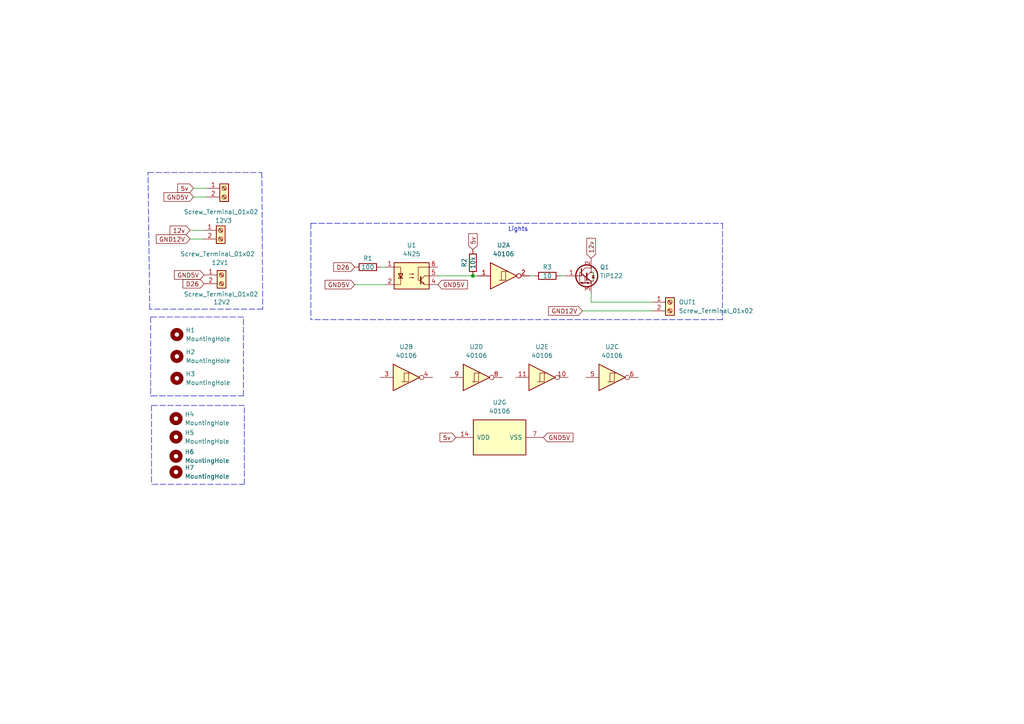
<source format=kicad_sch>
(kicad_sch (version 20211123) (generator eeschema)
  (paper "A4")
  (lib_symbols
    (symbol "4xxx:40106" (pin_names (offset 1.016))
      (property "Reference" "U" (at 0 1.27 0))
      (property "Value" "40106" (at 0 -1.27 0))
      (symbol "40106_1_0"
        (polyline (pts (xy -0.635 -1.27) (xy -0.635 1.27) (xy 0.635 1.27)))
        (polyline (pts (xy -3.81 3.81) (xy -3.81 -3.81) (xy 3.81 0) (xy -3.81 3.81)) (stroke (width 0.254)) (fill (type background)))
        (polyline (pts (xy -1.27 -1.27) (xy 0.635 -1.27) (xy 0.635 1.27) (xy 1.27 1.27)))
        (pin input line (at -7.62 0 0) (length 3.81) (name "~") (number "1"))
        (pin output inverted (at 7.62 0 180) (length 3.81) (name "~") (number "2"))
      )
      (symbol "40106_2_0"
        (polyline (pts (xy -0.635 -1.27) (xy -0.635 1.27) (xy 0.635 1.27)))
        (polyline (pts (xy -3.81 3.81) (xy -3.81 -3.81) (xy 3.81 0) (xy -3.81 3.81)) (stroke (width 0.254)) (fill (type background)))
        (polyline (pts (xy -1.27 -1.27) (xy 0.635 -1.27) (xy 0.635 1.27) (xy 1.27 1.27)))
        (pin input line (at -7.62 0 0) (length 3.81) (name "~") (number "3"))
        (pin output inverted (at 7.62 0 180) (length 3.81) (name "~") (number "4"))
      )
      (symbol "40106_3_0"
        (polyline (pts (xy -0.635 -1.27) (xy -0.635 1.27) (xy 0.635 1.27)))
        (polyline (pts (xy -3.81 3.81) (xy -3.81 -3.81) (xy 3.81 0) (xy -3.81 3.81)) (stroke (width 0.254)) (fill (type background)))
        (polyline (pts (xy -1.27 -1.27) (xy 0.635 -1.27) (xy 0.635 1.27) (xy 1.27 1.27)))
        (pin input line (at -7.62 0 0) (length 3.81) (name "~") (number "5"))
        (pin output inverted (at 7.62 0 180) (length 3.81) (name "~") (number "6"))
      )
      (symbol "40106_4_0"
        (polyline (pts (xy -0.635 -1.27) (xy -0.635 1.27) (xy 0.635 1.27)))
        (polyline (pts (xy -3.81 3.81) (xy -3.81 -3.81) (xy 3.81 0) (xy -3.81 3.81)) (stroke (width 0.254)) (fill (type background)))
        (polyline (pts (xy -1.27 -1.27) (xy 0.635 -1.27) (xy 0.635 1.27) (xy 1.27 1.27)))
        (pin output inverted (at 7.62 0 180) (length 3.81) (name "~") (number "8"))
        (pin input line (at -7.62 0 0) (length 3.81) (name "~") (number "9"))
      )
      (symbol "40106_5_0"
        (polyline (pts (xy -0.635 -1.27) (xy -0.635 1.27) (xy 0.635 1.27)))
        (polyline (pts (xy -3.81 3.81) (xy -3.81 -3.81) (xy 3.81 0) (xy -3.81 3.81)) (stroke (width 0.254)) (fill (type background)))
        (polyline (pts (xy -1.27 -1.27) (xy 0.635 -1.27) (xy 0.635 1.27) (xy 1.27 1.27)))
        (pin output inverted (at 7.62 0 180) (length 3.81) (name "~") (number "10"))
        (pin input line (at -7.62 0 0) (length 3.81) (name "~") (number "11"))
      )
      (symbol "40106_6_0"
        (polyline (pts (xy -0.635 -1.27) (xy -0.635 1.27) (xy 0.635 1.27)))
        (polyline (pts (xy -3.81 3.81) (xy -3.81 -3.81) (xy 3.81 0) (xy -3.81 3.81)) (stroke (width 0.254)) (fill (type background)))
        (polyline (pts (xy -1.27 -1.27) (xy 0.635 -1.27) (xy 0.635 1.27) (xy 1.27 1.27)))
        (pin output inverted (at 7.62 0 180) (length 3.81) (name "~") (number "12"))
        (pin input line (at -7.62 0 0) (length 3.81) (name "~") (number "13"))
      )
      (symbol "40106_7_0"
        (pin power_in line (at 0 12.7 270) (length 5.08) (name "VDD") (number "14"))
        (pin power_in line (at 0 -12.7 90) (length 5.08) (name "VSS") (number "7"))
      )
      (symbol "40106_7_1"
        (rectangle (start -5.08 7.62) (end 5.08 -7.62) (stroke (width 0.254)) (fill (type background)))
      )
    )
    (symbol "Connector:Screw_Terminal_01x02" (pin_names (offset 1.016) hide)
      (property "Reference" "J" (at 0 2.54 0))
      (property "Value" "Screw_Terminal_01x02" (at 0 -5.08 0))
      (symbol "Screw_Terminal_01x02_1_1"
        (rectangle (start -1.27 1.27) (end 1.27 -3.81) (stroke (width 0.254)) (fill (type background)))
        (circle (center 0 -2.54) (radius 0.635) (stroke (width 0.1524)))
        (polyline (pts (xy -0.5334 -2.2098) (xy 0.3302 -3.048)) (stroke (width 0.1524)))
        (polyline (pts (xy -0.5334 0.3302) (xy 0.3302 -0.508)) (stroke (width 0.1524)))
        (polyline (pts (xy -0.3556 -2.032) (xy 0.508 -2.8702)) (stroke (width 0.1524)))
        (polyline (pts (xy -0.3556 0.508) (xy 0.508 -0.3302)) (stroke (width 0.1524)))
        (circle (center 0 0) (radius 0.635) (stroke (width 0.1524)))
        (pin passive line (at -5.08 0 0) (length 3.81) (name "Pin_1") (number "1"))
        (pin passive line (at -5.08 -2.54 0) (length 3.81) (name "Pin_2") (number "2"))
      )
    )
    (symbol "Device:R" (pin_numbers hide) (pin_names (offset 0))
      (property "Reference" "R" (at 2.032 0 90))
      (property "Value" "R" (at 0 0 90))
      (symbol "R_0_1"
        (rectangle (start -1.016 -2.54) (end 1.016 2.54) (stroke (width 0.254)))
      )
      (symbol "R_1_1"
        (pin passive line (at 0 3.81 270) (length 1.27) (name "~") (number "1"))
        (pin passive line (at 0 -3.81 90) (length 1.27) (name "~") (number "2"))
      )
    )
    (symbol "Isolator:4N25" (pin_names (offset 1.016))
      (property "Reference" "U" (at -5.08 5.08 0))
      (property "Value" "4N25" (at 0 5.08 0))
      (symbol "4N25_0_1"
        (rectangle (start -5.08 3.81) (end 5.08 -3.81) (stroke (width 0.254)) (fill (type background)))
        (polyline (pts (xy -3.81 -0.635) (xy -2.54 -0.635)) (stroke (width 0.254)))
        (polyline (pts (xy 2.667 -1.397) (xy 3.81 -2.54)))
        (polyline (pts (xy 2.667 -1.143) (xy 3.81 0)))
        (polyline (pts (xy 3.81 -2.54) (xy 5.08 -2.54)))
        (polyline (pts (xy 3.81 0) (xy 5.08 0)))
        (polyline (pts (xy 2.667 -0.254) (xy 2.667 -2.286) (xy 2.667 -2.286)) (stroke (width 0.3556)))
        (polyline (pts (xy -5.08 -2.54) (xy -3.175 -2.54) (xy -3.175 2.54) (xy -5.08 2.54)))
        (polyline (pts (xy -3.175 -0.635) (xy -3.81 0.635) (xy -2.54 0.635) (xy -3.175 -0.635)) (stroke (width 0.254)))
        (polyline (pts (xy 3.683 -2.413) (xy 3.429 -1.905) (xy 3.175 -2.159) (xy 3.683 -2.413)))
        (polyline (pts (xy 5.08 2.54) (xy 1.905 2.54) (xy 1.905 -1.27) (xy 2.54 -1.27)))
        (polyline (pts (xy -0.635 -0.508) (xy 0.635 -0.508) (xy 0.254 -0.635) (xy 0.254 -0.381) (xy 0.635 -0.508)))
        (polyline (pts (xy -0.635 0.508) (xy 0.635 0.508) (xy 0.254 0.381) (xy 0.254 0.635) (xy 0.635 0.508)))
      )
      (symbol "4N25_1_1"
        (pin passive line (at -7.62 2.54 0) (length 2.54) (name "~") (number "1"))
        (pin passive line (at -7.62 -2.54 0) (length 2.54) (name "~") (number "2"))
        (pin no_connect line (at -5.08 0 0) (length 2.54) hide (name "NC") (number "3"))
        (pin passive line (at 7.62 -2.54 180) (length 2.54) (name "~") (number "4"))
        (pin passive line (at 7.62 0 180) (length 2.54) (name "~") (number "5"))
        (pin passive line (at 7.62 2.54 180) (length 2.54) (name "~") (number "6"))
      )
    )
    (symbol "Mechanical:MountingHole" (pin_names (offset 1.016))
      (property "Reference" "H" (at 0 5.08 0))
      (property "Value" "MountingHole" (at 0 3.175 0))
      (symbol "MountingHole_0_1"
        (circle (center 0 0) (radius 1.27) (stroke (width 1.27)))
      )
    )
    (symbol "Transistor_BJT:TIP122" (pin_names (offset 0) hide)
      (property "Reference" "Q" (at 5.08 1.905 0))
      (property "Value" "TIP122" (at 5.08 0 0))
      (symbol "TIP122_0_1"
        (circle (center -0.762 0) (radius 0.127))
        (polyline (pts (xy -1.27 0) (xy -0.889 0)))
        (polyline (pts (xy 2.54 -2.032) (xy 2.54 -2.54)))
        (polyline (pts (xy 2.54 -1.524) (xy 3.175 -1.524)))
        (polyline (pts (xy 2.794 0.127) (xy 3.556 0.127)))
        (polyline (pts (xy 3.175 -0.635) (xy 3.175 -1.524)))
        (polyline (pts (xy 3.175 1.016) (xy 2.54 1.016)))
        (polyline (pts (xy 3.175 1.016) (xy 3.175 0.127)))
        (polyline (pts (xy -0.254 0.762) (xy 0.762 -0.254) (xy 1.27 -0.254)))
        (polyline (pts (xy -0.254 1.016) (xy -0.762 1.016) (xy -0.762 -2.032)))
        (polyline (pts (xy -0.254 1.27) (xy 0.762 2.286) (xy 2.54 2.286)))
        (polyline (pts (xy -0.254 2.032) (xy -0.254 0) (xy -0.254 0)) (stroke (width 0.3048)))
        (polyline (pts (xy 1.27 0.762) (xy 1.27 -1.27) (xy 1.27 -1.27)) (stroke (width 0.381)))
        (polyline (pts (xy 0.635 -0.127) (xy 0.381 0.381) (xy 0.127 0.127) (xy 0.635 -0.127)))
        (polyline (pts (xy 1.27 -0.508) (xy 2.286 -1.524) (xy 2.54 -1.524) (xy 2.54 -2.032)))
        (polyline (pts (xy 1.27 0) (xy 2.286 1.016) (xy 2.54 1.016) (xy 2.54 2.286)))
        (polyline (pts (xy 2.159 -1.397) (xy 1.905 -0.889) (xy 1.651 -1.143) (xy 2.159 -1.397)))
        (polyline (pts (xy 3.175 0.127) (xy 2.794 -0.635) (xy 3.556 -0.635) (xy 3.175 0.127)) (fill (type outline)))
        (polyline (pts (xy 0.762 -2.032) (xy 0.381 -2.032) (xy 0.254 -2.286) (xy 0.127 -1.778) (xy 0 -2.286) (xy -0.127 -1.778) (xy -0.254 -2.286) (xy -0.381 -1.778) (xy -0.508 -2.032) (xy -0.762 -2.032)))
        (polyline (pts (xy 0.762 -0.254) (xy 0.762 -2.032) (xy 1.143 -2.032) (xy 1.27 -1.778) (xy 1.397 -2.286) (xy 1.524 -1.778) (xy 1.651 -2.286) (xy 1.778 -1.778) (xy 1.905 -2.286) (xy 2.032 -2.032) (xy 2.54 -2.032)))
        (circle (center 0.762 -2.032) (radius 0.127))
        (circle (center 0.762 -0.254) (radius 0.127))
        (circle (center 1.27 0) (radius 3.175) (stroke (width 0.3556)))
        (circle (center 2.54 -2.032) (radius 0.127))
        (circle (center 2.54 -1.524) (radius 0.127))
        (circle (center 2.54 1.016) (radius 0.127))
        (circle (center 2.54 2.286) (radius 0.127))
      )
      (symbol "TIP122_1_1"
        (pin input line (at -5.08 0 0) (length 3.81) (name "B") (number "1"))
        (pin passive line (at 2.54 5.08 270) (length 2.667) (name "C") (number "2"))
        (pin passive line (at 2.54 -5.08 90) (length 2.54) (name "E") (number "3"))
      )
    )
  )
  (junction (at 137.16 80.01))
  (wire (pts (xy 171.45 85.09) (xy 171.45 87.63)))
  (wire (pts (xy 56.134 54.61) (xy 59.944 54.61)))
  (polyline (pts (xy 43.688 91.948) (xy 43.688 114.808)))
  (wire (pts (xy 168.91 90.17) (xy 189.23 90.17)))
  (polyline (pts (xy 43.942 117.602) (xy 43.942 140.462)))
  (polyline (pts (xy 42.926 50.038) (xy 75.946 50.038)))
  (wire (pts (xy 56.134 57.15) (xy 59.944 57.15)))
  (polyline (pts (xy 43.688 114.808) (xy 43.942 114.808)))
  (polyline (pts (xy 209.55 64.77) (xy 209.55 92.71)))
  (polyline (pts (xy 44.196 140.462) (xy 70.866 140.462)))
  (polyline (pts (xy 43.434 89.662) (xy 42.926 50.038)))
  (wire (pts (xy 127 80.01) (xy 137.16 80.01)))
  (wire (pts (xy 162.56 80.01) (xy 163.83 80.01)))
  (polyline (pts (xy 43.942 114.808) (xy 70.612 114.808)))
  (wire (pts (xy 110.49 77.47) (xy 111.76 77.47)))
  (wire (pts (xy 153.67 80.01) (xy 154.94 80.01)))
  (polyline (pts (xy 70.866 140.462) (xy 70.866 117.602)))
  (polyline (pts (xy 209.55 92.71) (xy 90.17 92.71)))
  (wire (pts (xy 171.45 87.63) (xy 189.23 87.63)))
  (polyline (pts (xy 70.612 114.808) (xy 70.612 91.948)))
  (wire (pts (xy 55.118 69.342) (xy 58.928 69.342)))
  (wire (pts (xy 55.118 66.802) (xy 58.928 66.802)))
  (polyline (pts (xy 90.17 64.77) (xy 209.55 64.77)))
  (polyline (pts (xy 70.612 91.948) (xy 43.688 91.948)))
  (wire (pts (xy 102.87 82.55) (xy 111.76 82.55)))
  (wire (pts (xy 137.16 80.01) (xy 138.43 80.01)))
  (polyline (pts (xy 70.866 117.602) (xy 43.942 117.602)))
  (polyline (pts (xy 75.946 50.038) (xy 76.2 89.662)))
  (polyline (pts (xy 90.17 64.77) (xy 90.17 92.71)))
  (polyline (pts (xy 76.2 89.662) (xy 43.434 89.662)))
  (text "Lights" (at 147.32 67.31 0) (effects (font (size 1.27 1.27)) (justify left bottom)))
  (global_label "5v" (shape input) (at 132.207 126.873 180) (property "Intersheet References" "${INTERSHEET_REFS}" (effects hide)))
  (global_label "GND5V" (shape input) (at 59.182 79.756 180) (property "Intersheet References" "${INTERSHEET_REFS}" (effects hide)))
  (global_label "D26" (shape input) (at 102.87 77.47 180) (property "Intersheet References" "${INTERSHEET_REFS}" (effects hide)))
  (global_label "12v" (shape input) (at 55.118 66.802 180) (property "Intersheet References" "${INTERSHEET_REFS}" (effects hide)))
  (global_label "GND12V" (shape input) (at 168.91 90.17 180) (property "Intersheet References" "${INTERSHEET_REFS}" (effects hide)))
  (global_label "5v" (shape input) (at 56.134 54.61 180) (property "Intersheet References" "${INTERSHEET_REFS}" (effects hide)))
  (global_label "12v" (shape input) (at 171.45 74.93 90) (property "Intersheet References" "${INTERSHEET_REFS}" (effects hide)))
  (global_label "GND5V" (shape input) (at 102.87 82.55 180) (property "Intersheet References" "${INTERSHEET_REFS}" (effects hide)))
  (global_label "GND12V" (shape input) (at 55.118 69.342 180) (property "Intersheet References" "${INTERSHEET_REFS}" (effects hide)))
  (global_label "GND5V" (shape input) (at 56.134 57.15 180) (property "Intersheet References" "${INTERSHEET_REFS}" (effects hide)))
  (global_label "GND5V" (shape input) (at 157.607 126.873 0) (property "Intersheet References" "${INTERSHEET_REFS}" (effects hide)))
  (global_label "5v" (shape input) (at 137.16 72.39 90) (property "Intersheet References" "${INTERSHEET_REFS}" (effects hide)))
  (global_label "D26" (shape input) (at 59.182 82.296 180) (property "Intersheet References" "${INTERSHEET_REFS}" (effects hide)))
  (global_label "GND5V" (shape input) (at 127 82.55 0) (property "Intersheet References" "${INTERSHEET_REFS}" (effects hide)))
  (symbol (lib_id "Connector:Screw_Terminal_01x02") (at 65.024 54.61 0) (unit 1)
    (property "Reference" "12V3" (at 67.31 64.008 0) (effects (justify right)))
    (property "Value" "Screw_Terminal_01x02" (at 74.93 61.468 0) (effects (justify right)))
    (property "Footprint" "TerminalBlock_Altech:Altech_AK300_1x02_P5.00mm_45-Degree" (effects hide))
  )
  (symbol (lib_id "Mechanical:MountingHole") (at 51.054 132.334 0) (unit 1)
    (property "Reference" "H6" (at 53.594 131.0639 0) (effects (justify left)))
    (property "Value" "MountingHole" (at 53.594 133.6039 0) (effects (justify left)))
    (property "Footprint" "MountingHole:MountingHole_2.2mm_M2_Pad" (effects hide))
  )
  (symbol (lib_id "Device:R") (at 106.68 77.47 90) (unit 1)
    (property "Reference" "R1" (at 106.68 74.93 90))
    (property "Value" "100" (at 106.68 77.47 90))
    (property "Footprint" "Resistor_THT:R_Axial_DIN0204_L3.6mm_D1.6mm_P2.54mm_Vertical" (effects hide))
  )
  (symbol (lib_id "4xxx:40106") (at 144.907 126.873 90) (unit 7)
    (property "Reference" "U2" (at 144.907 116.713 90))
    (property "Value" "40106" (at 144.907 119.253 90))
    (property "Footprint" "Package_DIP:DIP-14_W7.62mm" (effects hide))
    (property "Datasheet" "https://assets.nexperia.com/documents/data-sheet/HEF40106B.pdf" (effects hide))
  )
  (symbol (lib_id "Mechanical:MountingHole") (at 51.308 109.728 0) (unit 1)
    (property "Reference" "H3" (at 53.848 108.4579 0) (effects (justify left)))
    (property "Value" "MountingHole" (at 53.848 110.9979 0) (effects (justify left)))
    (property "Footprint" "MountingHole:MountingHole_2.2mm_M2_Pad" (effects hide))
  )
  (symbol (lib_id "Connector:Screw_Terminal_01x02") (at 64.262 79.756 0) (unit 1)
    (property "Reference" "12V2" (at 66.802 87.63 0) (effects (justify right)))
    (property "Value" "Screw_Terminal_01x02" (at 74.93 85.344 0) (effects (justify right)))
    (property "Footprint" "TerminalBlock_Altech:Altech_AK300_1x02_P5.00mm_45-Degree" (effects hide))
  )
  (symbol (lib_id "Mechanical:MountingHole") (at 51.308 103.378 0) (unit 1)
    (property "Reference" "H2" (at 53.848 102.1079 0) (effects (justify left)))
    (property "Value" "MountingHole" (at 53.848 104.6479 0) (effects (justify left)))
    (property "Footprint" "MountingHole:MountingHole_2.2mm_M2_Pad" (effects hide))
  )
  (symbol (lib_id "4xxx:40106") (at 146.05 80.01 0) (unit 1)
    (property "Reference" "U2" (at 146.05 71.12 0))
    (property "Value" "40106" (at 146.05 73.66 0))
    (property "Footprint" "Package_DIP:DIP-14_W7.62mm" (effects hide))
    (property "Datasheet" "https://assets.nexperia.com/documents/data-sheet/HEF40106B.pdf" (effects hide))
  )
  (symbol (lib_id "4xxx:40106") (at 177.546 109.474 0) (unit 3)
    (property "Reference" "U2" (at 177.546 100.584 0))
    (property "Value" "40106" (at 177.546 103.124 0))
    (property "Footprint" "Package_DIP:DIP-14_W7.62mm" (effects hide))
    (property "Datasheet" "https://assets.nexperia.com/documents/data-sheet/HEF40106B.pdf" (effects hide))
  )
  (symbol (lib_id "Mechanical:MountingHole") (at 51.054 126.746 0) (unit 1)
    (property "Reference" "H5" (at 53.594 125.4759 0) (effects (justify left)))
    (property "Value" "MountingHole" (at 53.594 128.0159 0) (effects (justify left)))
    (property "Footprint" "MountingHole:MountingHole_2.2mm_M2_Pad" (effects hide))
  )
  (symbol (lib_id "Connector:Screw_Terminal_01x02") (at 64.008 66.802 0) (unit 1)
    (property "Reference" "12V1" (at 66.294 76.2 0) (effects (justify right)))
    (property "Value" "Screw_Terminal_01x02" (at 73.914 73.66 0) (effects (justify right)))
    (property "Footprint" "TerminalBlock_Altech:Altech_AK300_1x02_P5.00mm_45-Degree" (effects hide))
  )
  (symbol (lib_id "Device:R") (at 137.16 76.2 180) (unit 1)
    (property "Reference" "R2" (at 134.62 76.2 90))
    (property "Value" "10k" (at 137.16 76.2 90))
    (property "Footprint" "Resistor_THT:R_Axial_DIN0204_L3.6mm_D1.6mm_P2.54mm_Vertical" (effects hide))
  )
  (symbol (lib_id "4xxx:40106") (at 138.176 109.474 0) (unit 4)
    (property "Reference" "U2" (at 138.176 100.584 0))
    (property "Value" "40106" (at 138.176 103.124 0))
    (property "Footprint" "Package_DIP:DIP-14_W7.62mm" (effects hide))
    (property "Datasheet" "https://assets.nexperia.com/documents/data-sheet/HEF40106B.pdf" (effects hide))
  )
  (symbol (lib_id "Device:R") (at 158.75 80.01 90) (unit 1)
    (property "Reference" "R3" (at 158.75 77.47 90))
    (property "Value" "10" (at 158.75 80.01 90))
    (property "Footprint" "Resistor_THT:R_Axial_DIN0204_L3.6mm_D1.6mm_P2.54mm_Vertical" (effects hide))
  )
  (symbol (lib_id "Mechanical:MountingHole") (at 51.054 136.906 0) (unit 1)
    (property "Reference" "H7" (at 53.594 135.6359 0) (effects (justify left)))
    (property "Value" "MountingHole" (at 53.594 138.1759 0) (effects (justify left)))
    (property "Footprint" "MountingHole:MountingHole_2.2mm_M2_Pad" (effects hide))
  )
  (symbol (lib_id "4xxx:40106") (at 157.226 109.474 0) (unit 5)
    (property "Reference" "U2" (at 157.226 100.584 0))
    (property "Value" "40106" (at 157.226 103.124 0))
    (property "Footprint" "Package_DIP:DIP-14_W7.62mm" (effects hide))
    (property "Datasheet" "https://assets.nexperia.com/documents/data-sheet/HEF40106B.pdf" (effects hide))
  )
  (symbol (lib_id "Mechanical:MountingHole") (at 51.054 121.412 0) (unit 1)
    (property "Reference" "H4" (at 53.594 120.1419 0) (effects (justify left)))
    (property "Value" "MountingHole" (at 53.594 122.6819 0) (effects (justify left)))
    (property "Footprint" "MountingHole:MountingHole_2.2mm_M2_Pad" (effects hide))
  )
  (symbol (lib_id "Mechanical:MountingHole") (at 51.308 97.028 0) (unit 1)
    (property "Reference" "H1" (at 53.848 95.7579 0) (effects (justify left)))
    (property "Value" "MountingHole" (at 53.848 98.2979 0) (effects (justify left)))
    (property "Footprint" "MountingHole:MountingHole_2.2mm_M2_Pad" (effects hide))
  )
  (symbol (lib_id "4xxx:40106") (at 117.856 109.474 0) (unit 2)
    (property "Reference" "U2" (at 117.856 100.584 0))
    (property "Value" "40106" (at 117.856 103.124 0))
    (property "Footprint" "Package_DIP:DIP-14_W7.62mm" (effects hide))
    (property "Datasheet" "https://assets.nexperia.com/documents/data-sheet/HEF40106B.pdf" (effects hide))
  )
  (symbol (lib_id "Isolator:4N25") (at 119.38 80.01 0) (unit 1)
    (property "Reference" "U1" (at 119.38 71.12 0))
    (property "Value" "4N25" (at 119.38 73.66 0))
    (property "Footprint" "Package_DIP:DIP-6_W7.62mm" (effects hide))
    (property "Datasheet" "https://www.vishay.com/docs/83725/4n25.pdf" (effects hide))
  )
  (symbol (lib_id "Connector:Screw_Terminal_01x02") (at 194.31 87.63 0) (unit 1)
    (property "Reference" "OUT1" (at 196.85 87.6299 0) (effects (justify left)))
    (property "Value" "Screw_Terminal_01x02" (at 196.85 90.1699 0) (effects (justify left)))
    (property "Footprint" "TerminalBlock_Altech:Altech_AK300_1x02_P5.00mm_45-Degree" (effects hide))
  )
  (symbol (lib_id "Transistor_BJT:TIP122") (at 168.91 80.01 0) (unit 1)
    (property "Reference" "Q1" (at 173.99 77.47 0) (effects (justify left)))
    (property "Value" "TIP122" (at 173.99 80.01 0) (effects (justify left)))
    (property "Footprint" "Package_TO_SOT_THT:TO-220-3_Vertical" (effects hide))
    (property "Datasheet" "https://www.onsemi.com/pub/Collateral/TIP120-D.PDF" (effects hide))
  )
)
</source>
